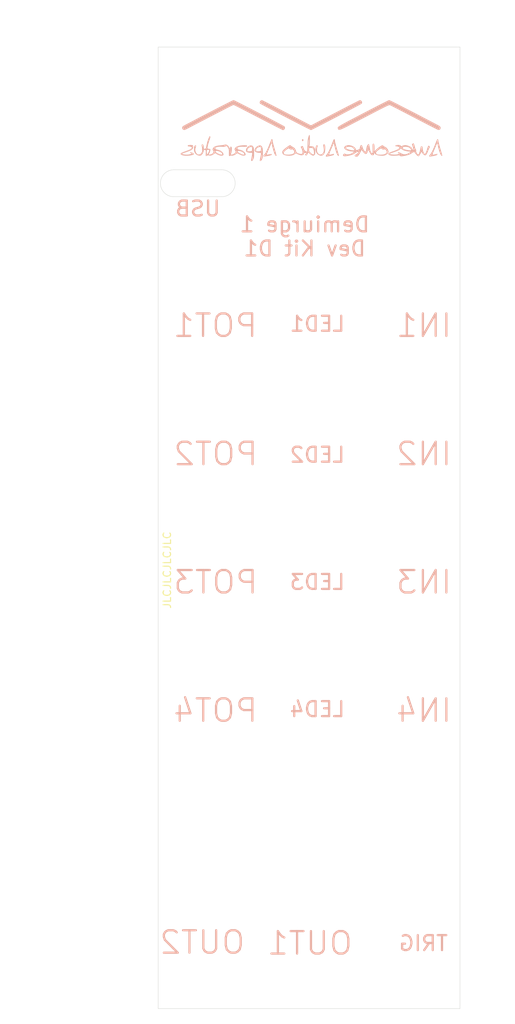
<source format=kicad_pcb>
(kicad_pcb (version 20211014) (generator pcbnew)
  (title_block (title "AAA Demiurge 1") (date "2022-08-11") (rev "F") (company "Awesome Audio Apparatus"))
  (layers (0 "F.Cu" signal) (31 "B.Cu" signal) (34 "B.Paste" user) (35 "F.Paste" user) (36 "B.SilkS" user "B.Silkscreen") (37 "F.SilkS" user "F.Silkscreen") (38 "B.Mask" user) (39 "F.Mask" user) (44 "Edge.Cuts" user))
  (net 0 "")
  (footprint "MountingHole:MountingHole_3.2mm_M3" (layer "F.Cu") (at 109.1 167)
    (fp_text reference "REF**" hide)
    (fp_text value "MountingHole_3.2mm_M3")
    (pad "" np_thru_hole circle (at 0 0) (size 3.2 3.2) (drill 3.2) (layers *.Cu *.Mask))
  )
  (footprint "MountingHole:MountingHole_3.2mm_M3" (layer "F.Cu") (at 109.1 44.5)
    (fp_text reference "REF**" hide)
    (fp_text value "MountingHole_3.2mm_M3")
    (pad "" np_thru_hole circle (at 0 0) (size 3.2 3.2) (drill 3.2) (layers *.Cu *.Mask))
  )
  (footprint "MountingHole:MountingHole_3.2mm_M3" (layer "F.Cu") (at 83.7 44.5)
    (fp_text reference "REF**" hide)
    (fp_text value "MountingHole_3.2mm_M3")
    (pad "" np_thru_hole circle (at 0 0) (size 3.2 3.2) (drill 3.2) (layers *.Cu *.Mask))
  )
  (footprint "MountingHole:MountingHole_3.2mm_M3" (layer "F.Cu") (at 83.7 167)
    (fp_text reference "REF**" hide)
    (fp_text value "MountingHole_3.2mm_M3")
    (pad "" np_thru_hole circle (at 0 0) (size 3.2 3.2) (drill 3.2) (layers *.Cu *.Mask))
  )
  (footprint "MountingHole:MountingHole_6mm" (layer "B.Cu") (at 111.76 137.16 180)
    (fp_text reference "IN4" (at 0 7) (layer "B.SilkS") (effects (font (size 3 3) (thickness 0.3)) (justify mirror)))
    (fp_text value "MountingHole_6mm")
    (pad "" np_thru_hole circle (at 0 0 180) (size 6.5 6.5) (drill 6.5) (layers F&B.Cu *.Mask))
  )
  (footprint "MountingHole:MountingHole_6mm" (layer "B.Cu") (at 83.8454 85.725 180)
    (fp_text reference "POT1" (at 0 7) (layer "B.SilkS") (effects (font (size 3 3) (thickness 0.3)) (justify mirror)))
    (fp_text value "MountingHole_6mm")
    (pad "" np_thru_hole circle (at 0 0 180) (size 7.5 7.5) (drill 7.5) (layers F&B.Cu *.Mask))
  )
  (footprint "MountingHole:MountingHole_6mm" (layer "B.Cu") (at 97.536 82.677 180)
    (fp_text reference "LED1" (at 0.036 4.177) (layer "B.SilkS") (effects (font (size 2 2) (thickness 0.3)) (justify mirror)))
    (fp_text value "MountingHole_6mm")
    (pad "" np_thru_hole circle (at 0 0 180) (size 5.5 5.5) (drill 5.5) (layers F&B.Cu *.Mask))
  )
  (footprint "MountingHole:MountingHole_6mm" (layer "B.Cu") (at 83.8708 137.16 180)
    (fp_text reference "POT4" (at 0 7) (layer "B.SilkS") (effects (font (size 3 3) (thickness 0.3)) (justify mirror)))
    (fp_text value "MountingHole_6mm")
    (pad "" np_thru_hole circle (at 0 0 180) (size 7.5 7.5) (drill 7.5) (layers F&B.Cu *.Mask))
  )
  (footprint "MountingHole:MountingHole_6mm" (layer "B.Cu") (at 83.8962 102.87 180)
    (fp_text reference "POT2" (at 0 7) (layer "B.SilkS") (effects (font (size 3 3) (thickness 0.3)) (justify mirror)))
    (fp_text value "MountingHole_6mm")
    (pad "" np_thru_hole circle (at 0 0 180) (size 7.5 7.5) (drill 7.5) (layers F&B.Cu *.Mask))
  )
  (footprint "MountingHole:MountingHole_6mm" (layer "B.Cu") (at 111.76 154.305 180)
    (fp_text reference "TRIG" (at 0.06 -6.964513) (layer "B.SilkS") (effects (font (size 2 2) (thickness 0.3)) (justify mirror)))
    (fp_text value "MountingHole_6mm")
    (pad "" np_thru_hole circle (at 0 0 180) (size 6.5 6.5) (drill 6.5) (layers F&B.Cu *.Mask))
  )
  (footprint "MountingHole:MountingHole_6mm" (layer "B.Cu") (at 97.536 134.239 180)
    (fp_text reference "LED4" (at 0.036 4.239) (layer "B.SilkS") (effects (font (size 2 2) (thickness 0.3)) (justify mirror)))
    (fp_text value "MountingHole_6mm")
    (pad "" np_thru_hole circle (at 0 0 180) (size 5.5 5.5) (drill 5.5) (layers F&B.Cu *.Mask))
  )
  (footprint "MountingHole:MountingHole_6mm" (layer "B.Cu") (at 97.536 125.222 180)
    (fp_text reference "REF**" (at 0 7) (layer "B.SilkS") (effects (justify mirror)))
    (fp_text value "MountingHole_6mm")
    (pad "" np_thru_hole circle (at 0 0 180) (size 3.5 3.5) (drill 3.5) (layers F&B.Cu *.Mask))
  )
  (footprint "MountingHole:MountingHole_6mm" (layer "B.Cu") (at 97.536 90.932 180)
    (fp_text reference "REF**" (at 0 7) (layer "B.SilkS") (effects (justify mirror)))
    (fp_text value "MountingHole_6mm")
    (pad "" np_thru_hole circle (at 0 0 180) (size 3.5 3.5) (drill 3.5) (layers F&B.Cu *.Mask))
  )
  (footprint "MountingHole:MountingHole_6mm" (layer "B.Cu") (at 97.536 108.077 180)
    (fp_text reference "REF**" (at 0 7) (layer "B.SilkS") (effects (justify mirror)))
    (fp_text value "MountingHole_6mm")
    (pad "" np_thru_hole circle (at 0 0 180) (size 3.5 3.5) (drill 3.5) (layers F&B.Cu *.Mask))
  )
  (footprint "MountingHole:MountingHole_6mm" (layer "B.Cu") (at 83.8962 120.015 180)
    (fp_text reference "POT3" (at 0 7) (layer "B.SilkS") (effects (font (size 3 3) (thickness 0.3)) (justify mirror)))
    (fp_text value "MountingHole_6mm")
    (pad "" np_thru_hole circle (at 0 0 180) (size 7.5 7.5) (drill 7.5) (layers F&B.Cu *.Mask))
  )
  (footprint "MountingHole:MountingHole_6mm" (layer "B.Cu") (at 97.5 142.315 180)
    (fp_text reference "REF**" (at 0 7) (layer "B.SilkS") (effects (justify mirror)))
    (fp_text value "MountingHole_6mm")
    (pad "" np_thru_hole circle (at 0 0 180) (size 3.5 3.5) (drill 3.5) (layers F&B.Cu *.Mask))
  )
  (footprint "MountingHole:MountingHole_6mm" (layer "B.Cu") (at 81.28 154.305 180)
    (fp_text reference "OUT2" (at -0.82 -6.848323) (layer "B.SilkS") (effects (font (size 3 3) (thickness 0.3)) (justify mirror)))
    (fp_text value "MountingHole_6mm")
    (pad "" np_thru_hole circle (at 0 0 180) (size 6.5 6.5) (drill 6.5) (layers F&B.Cu *.Mask))
  )
  (footprint "MountingHole:MountingHole_6mm" (layer "B.Cu") (at 97.536 116.967 180)
    (fp_text reference "LED3" (at 0.036 3.967) (layer "B.SilkS") (effects (font (size 2 2) (thickness 0.3)) (justify mirror)))
    (fp_text value "MountingHole_6mm")
    (pad "" np_thru_hole circle (at 0 0 180) (size 5.5 5.5) (drill 5.5) (layers F&B.Cu *.Mask))
  )
  (footprint "MountingHole:MountingHole_6mm" (layer "B.Cu") (at 111.76 102.87 180)
    (fp_text reference "IN2" (at 0 7) (layer "B.SilkS") (effects (font (size 3 3) (thickness 0.3)) (justify mirror)))
    (fp_text value "MountingHole_6mm")
    (pad "" np_thru_hole circle (at 0 0 180) (size 6.5 6.5) (drill 6.5) (layers F&B.Cu *.Mask))
  )
  (footprint "MountingHole:MountingHole_6mm" (layer "B.Cu") (at 111.76 120.015 180)
    (fp_text reference "IN3" (at 0 7) (layer "B.SilkS") (effects (font (size 3 3) (thickness 0.3)) (justify mirror)))
    (fp_text value "MountingHole_6mm")
    (pad "" np_thru_hole circle (at 0 0 180) (size 6.5 6.5) (drill 6.5) (layers F&B.Cu *.Mask))
  )
  (footprint "LOGO" (layer "B.Cu") (at 96.7 52.65 180)
    (fp_text reference "G***" hide)
    (fp_text value "LOGO" hide)
    (fp_poly (pts (xy -13.613309 -1.730055) (xy -13.547753 -1.764224) (xy -13.453954 -1.817414) (xy -13.574439 -2.2225) (xy -13.627129 -2.420555) (xy -13.650693 -2.55619) (xy -13.646532 -2.624656) (xy -13.616044 -2.6212) (xy -13.583217 -2.573733) (xy -13.335735 -2.573733) (xy -13.331642 -2.633019) (xy -13.26726 -2.657533) (xy -13.125421 -2.65423) (xy -12.911564 -2.623581) (xy -12.678104 -2.576574) (xy -12.444935 -2.51179) (xy -12.293841 -2.439164) (xy -12.226373 -2.360068) (xy -12.244082 -2.275878) (xy -12.287398 -2.230599) (xy -12.393322 -2.18688) (xy -12.55244 -2.169959) (xy -12.735061 -2.178331) (xy -12.911492 -2.210489) (xy -13.052042 -2.264928) (xy -13.060203 -2.269802) (xy -13.188409 -2.367513) (xy -13.28529 -2.475564) (xy -13.335735 -2.573733) (xy -13.583217 -2.573733) (xy -13.560629 -2.541072) (xy -13.509941 -2.441466) (xy -13.447364 -2.332019) (xy -13.364981 -2.247046) (xy -13.23886 -2.165551) (xy -13.130866 -2.108899) (xy -12.83364 -1.992909) (xy -12.556036 -1.95089) (xy -12.307312 -1.983437) (xy -12.162254 -2.046769) (xy -12.064337 -2.096624) (xy -12.006228 -2.110915) (xy -11.99931 -2.10372) (xy -11.971423 -2.044381) (xy -11.930493 -1.995714) (xy -11.842084 -1.953926) (xy -11.700668 -1.930998) (xy -11.5389 -1.927522) (xy -11.389432 -1.944092) (xy -11.284919 -1.981297) (xy -11.28114 -1.983942) (xy -11.228409 -2.033948) (xy -11.248329 -2.077428) (xy -11.272212 -2.098324) (xy -11.359835 -2.134188) (xy -11.409994 -2.1293) (xy -11.498008 -2.126738) (xy -11.609973 -2.159367) (xy -11.713119 -2.2127) (xy -11.774673 -2.272253) (xy -11.780345 -2.293011) (xy -11.737429 -2.385798) (xy -11.610839 -2.487496) (xy -11.40381 -2.596148) (xy -11.119576 -2.709797) (xy -11.051841 -2.733612) (xy -10.777223 -2.830043) (xy -10.575792 -2.905982) (xy -10.437024 -2.966705) (xy -10.350396 -3.01749) (xy -10.305384 -3.063613) (xy -10.291467 -3.110351) (xy -10.291379 -3.114944) (xy -10.33262 -3.221184) (xy -10.454432 -3.299744) (xy -10.653946 -3.34958) (xy -10.928295 -3.369649) (xy -10.992069 -3.369998) (xy -11.198934 -3.365415) (xy -11.394816 -3.354673) (xy -11.547841 -3.339743) (xy -11.590162 -3.332992) (xy -11.716321 -3.316875) (xy -11.793244 -3.335342) (xy -11.841544 -3.378692) (xy -11.893654 -3.424255) (xy -11.964213 -3.44924) (xy -12.067885 -3.453475) (xy -12.219332 -3.43679) (xy -12.433217 -3.399013) (xy -12.578302 -3.370096) (xy -12.877188 -3.300389) (xy -13.110068 -3.223581) (xy -13.298504 -3.130847) (xy -13.464057 -3.013362) (xy -13.477802 -3.001921) (xy -13.625974 -2.909083) (xy -13.751453 -2.894866) (xy -13.84723 -2.958935) (xy -13.882218 -3.021251) (xy -13.945529 -3.125547) (xy -14.045515 -3.242896) (xy -14.159891 -3.351925) (xy -14.266373 -3.431258) (xy -14.339284 -3.459655) (xy -14.388203 -3.423544) (xy -14.461891 -3.327789) (xy -14.54629 -3.191252) (xy -14.566318 -3.154993) (xy -14.730873 -2.850331) (xy -14.803908 -2.968872) (xy -14.919896 -3.124921) (xy -15.048268 -3.247037) (xy -15.168618 -3.31769) (xy -15.222229 -3.328276) (xy -15.316654 -3.286076) (xy -15.418676 -3.164175) (xy -15.523822 -2.969624) (xy -15.627619 -2.709472) (xy -15.642662 -2.665624) (xy -15.700081 -2.515643) (xy -15.758086 -2.397156) (xy -15.801277 -2.338797) (xy -15.84206 -2.261945) (xy -15.832597 -2.159238) (xy -15.781358 -2.069813) (xy -15.736552 -2.039727) (xy -15.688116 -2.032516) (xy -15.644642 -2.058263) (xy -15.601061 -2.127469) (xy -15.5523 -2.250639) (xy -15.493291 -2.438276) (xy -15.42106 -2.693276) (xy -15.363375 -2.852552) (xy -15.28721 -3.007142) (xy -15.279261 -3.020399) (xy -15.185791 -3.172349) (xy -15.082439 -3.042734) (xy -14.995714 -2.88325) (xy -14.928734 -2.654602) (xy -14.886157 -2.3739) (xy -14.879979 -2.299138) (xy -14.864275 -2.184107) (xy -14.826796 -2.130008) (xy -14.753318 -2.110687) (xy -14.698906 -2.10836) (xy -14.661195 -2.127098) (xy -14.632467 -2.182733) (xy -14.605001 -2.291096) (xy -14.57108 -2.46802) (xy -14.566252 -2.494373) (xy -14.507963 -2.765089) (xy -14.444036 -2.977418) (xy -14.37787 -3.122656) (xy -14.312862 -3.192098) (xy -14.292043 -3.196897) (xy -14.206677 -3.158208) (xy -14.122956 -3.060775) (xy -14.054993 -2.93255) (xy -14.023635 -2.824655) (xy -13.291207 -2.824655) (xy -13.127072 -2.950216) (xy -12.860547 -3.112454) (xy -12.597492 -3.187541) (xy -12.335268 -3.175697) (xy -12.071236 -3.077145) (xy -12.012452 -3.043733) (xy -11.843266 -2.953834) (xy -11.702268 -2.901776) (xy -11.603725 -2.891075) (xy -11.561908 -2.925248) (xy -11.561379 -2.932597) (xy -11.595644 -2.983731) (xy -11.653667 -3.02424) (xy -11.709678 -3.076328) (xy -11.689197 -3.125457) (xy -11.603318 -3.1682) (xy -11.463134 -3.201129) (xy -11.279739 -3.220815) (xy -11.064226 -3.22383) (xy -11.013966 -3.221933) (xy -10.838359 -3.210374) (xy -10.690279 -3.194692) (xy -10.596933 -3.177905) (xy -10.586983 -3.174583) (xy -10.52271 -3.132492) (xy -10.510345 -3.108246) (xy -10.549404 -3.081517) (xy -10.655723 -3.03505) (xy -10.813018 -2.975405) (xy -11.003017 -2.909799) (xy -11.297374 -2.809035) (xy -11.519579 -2.724076) (xy -11.682294 -2.648852) (xy -11.798176 -2.577288) (xy -11.879884 -2.503314) (xy -11.899657 -2.479705) (xy -11.960666 -2.410147) (xy -11.99797 -2.40613) (xy -12.032813 -2.45221) (xy -12.13605 -2.551644) (xy -12.30688 -2.643789) (xy -12.525309 -2.720976) (xy -12.771346 -2.775536) (xy -12.924422 -2.794263) (xy -13.291207 -2.824655) (xy -14.023635 -2.824655) (xy -14.0169 -2.801482) (xy -14.022788 -2.695522) (xy -14.030752 -2.679368) (xy -14.025293 -2.618747) (xy -13.977254 -2.534199) (xy -13.924609 -2.434579) (xy -13.871767 -2.286278) (xy -13.841206 -2.16921) (xy -13.789884 -1.963467) (xy -13.738491 -1.810944) (xy -13.691852 -1.724403) (xy -13.667367 -1.709483)) (layer "B.SilkS") (width 0) (fill solid))
    (fp_poly (pts (xy 6.95468 -1.986289) (xy 7.143217 -2.047715) (xy 7.317597 -2.158829) (xy 7.462421 -2.302622) (xy 7.562296 -2.462082) (xy 7.601825 -2.6202) (xy 7.594272 -2.69295) (xy 7.517178 -2.827817) (xy 7.368018 -2.92163) (xy 7.153847 -2.970903) (xy 7.017845 -2.977767) (xy 6.894974 -2.978625) (xy 6.811523 -2.989785) (xy 6.763504 -3.024386) (xy 6.746929 -3.095567) (xy 6.75781 -3.216466) (xy 6.79216 -3.400223) (xy 6.831724 -3.591035) (xy 6.87523 -3.800288) (xy 6.901586 -3.938292) (xy 6.91024 -4.019798) (xy 6.900643 -4.059556) (xy 6.872243 -4.072316) (xy 6.824489 -4.072829) (xy 6.813734 -4.072759) (xy 6.738343 -4.053335) (xy 6.671671 -3.983256) (xy 6.605717 -3.864742) (xy 6.560977 -3.762376) (xy 6.530127 -3.655604) (xy 6.509961 -3.52355) (xy 6.497272 -3.345339) (xy 6.48897 -3.104561) (xy 6.487255 -2.778873) (xy 6.502762 -2.526415) (xy 6.533141 -2.360461) (xy 6.748341 -2.360461) (xy 6.752942 -2.484835) (xy 6.764609 -2.628558) (xy 6.787263 -2.7086) (xy 6.83137 -2.748866) (xy 6.875517 -2.764751) (xy 6.988616 -2.782731) (xy 7.13688 -2.789341) (xy 7.182069 -2.788443) (xy 7.304575 -2.778665) (xy 7.364989 -2.751277) (xy 7.388783 -2.690498) (xy 7.393268 -2.657601) (xy 7.380656 -2.527662) (xy 7.341806 -2.434233) (xy 7.238536 -2.331416) (xy 7.094208 -2.25019) (xy 6.944321 -2.206733) (xy 6.847764 -2.209108) (xy 6.786873 -2.231277) (xy 6.756427 -2.273892) (xy 6.748341 -2.360461) (xy 6.533141 -2.360461) (xy 6.53797 -2.334082) (xy 6.595359 -2.188769) (xy 6.677408 -2.077368) (xy 6.684709 -2.069931) (xy 6.779616 -1.995592) (xy 6.881326 -1.977849)) (layer "B.SilkS") (width 0) (fill solid))
    (fp_poly (pts (xy 13.637599 -0.791676) (xy 13.676101 -0.85947) (xy 13.775602 -1.086588) (xy 13.874031 -1.367973) (xy 13.961097 -1.670793) (xy 14.026506 -1.962217) (xy 14.032882 -1.997553) (xy 14.073236 -2.202801) (xy 14.11438 -2.335842) (xy 14.165437 -2.41166) (xy 14.235527 -2.445237) (xy 14.309396 -2.451743) (xy 14.367778 -2.443435) (xy 14.397092 -2.402855) (xy 14.407107 -2.308074) (xy 14.407931 -2.230569) (xy 14.425716 -2.020664) (xy 14.478995 -1.89038) (xy 14.567648 -1.839981) (xy 14.581693 -1.83931) (xy 14.663756 -1.874037) (xy 14.692794 -1.97733) (xy 14.668563 -2.147858) (xy 14.650422 -2.213419) (xy 14.620077 -2.343325) (xy 14.613898 -2.438341) (xy 14.623003 -2.466038) (xy 14.636211 -2.530026) (xy 14.615838 -2.621369) (xy 14.596031 -2.715941) (xy 14.617642 -2.818678) (xy 14.667373 -2.927637) (xy 14.792659 -3.100097) (xy 14.943269 -3.195609) (xy 15.104181 -3.21422) (xy 15.260378 -3.155977) (xy 15.396839 -3.020928) (xy 15.452712 -2.925159) (xy 15.532948 -2.688267) (xy 15.532602 -2.463326) (xy 15.480862 -2.292383) (xy 15.424235 -2.122962) (xy 15.423791 -2.017565) (xy 15.479785 -1.972814) (xy 15.504993 -1.97069) (xy 15.592388 -2.010354) (xy 15.658789 -2.116798) (xy 15.701728 -2.271195) (xy 15.718736 -2.45472) (xy 15.707345 -2.648546) (xy 15.665088 -2.833849) (xy 15.629655 -2.921502) (xy 15.481434 -3.139477) (xy 15.284775 -3.287011) (xy 15.046286 -3.359324) (xy 15.020276 -3.362246) (xy 14.883487 -3.369288) (xy 14.792075 -3.34749) (xy 14.705018 -3.282379) (xy 14.654395 -3.233154) (xy 14.52631 -3.059132) (xy 14.438246 -2.849304) (xy 14.408175 -2.660431) (xy 14.379574 -2.601781) (xy 14.284395 -2.5838) (xy 14.281657 -2.583793) (xy 14.203665 -2.596401) (xy 14.153766 -2.643053) (xy 14.128274 -2.736991) (xy 14.123499 -2.891459) (xy 14.135069 -3.110169) (xy 14.144597 -3.270232) (xy 14.141766 -3.361933) (xy 14.122495 -3.404105) (xy 14.082705 -3.415582) (xy 14.068833 -3.415862) (xy 13.970408 -3.387039) (xy 13.92959 -3.354249) (xy 13.871846 -3.316844) (xy 13.777691 -3.322067) (xy 13.721088 -3.336087) (xy 13.504966 -3.360081) (xy 13.293122 -3.306665) (xy 13.07174 -3.172346) (xy 13.071025 -3.1718) (xy 12.870738 -3.018918) (xy 12.746606 -3.107307) (xy 12.550484 -3.224508) (xy 12.344905 -3.309636) (xy 12.147086 -3.359576) (xy 11.974247 -3.371209) (xy 11.843604 -3.341419) (xy 11.779253 -3.282443) (xy 11.756384 -3.198935) (xy 11.774008 -3.126164) (xy 11.923515 -3.126164) (xy 11.926711 -3.172785) (xy 11.988675 -3.222126) (xy 12.108438 -3.223185) (xy 12.272267 -3.178222) (xy 12.466428 -3.089497) (xy 12.481034 -3.081577) (xy 12.656291 -2.981169) (xy 12.76335 -2.906525) (xy 12.813728 -2.847119) (xy 12.81894 -2.792424) (xy 12.814111 -2.777132) (xy 12.779342 -2.732519) (xy 12.706319 -2.719535) (xy 12.588898 -2.730501) (xy 12.408239 -2.773466) (xy 12.234348 -2.845885) (xy 12.084248 -2.936388) (xy 11.974963 -3.033604) (xy 11.923515 -3.126164) (xy 11.774008 -3.126164) (xy 11.781384 -3.095709) (xy 11.810557 -3.031451) (xy 11.947573 -2.848001) (xy 12.154868 -2.700556) (xy 12.419655 -2.597347) (xy 12.52191 -2.573519) (xy 12.676809 -2.539154) (xy 12.766716 -2.504515) (xy 12.813412 -2.457424) (xy 12.835481 -2.398202) (xy 12.848187 -2.327248) (xy 12.826706 -2.282384) (xy 12.753134 -2.246325) (xy 12.641928 -2.211369) (xy 12.496386 -2.178119) (xy 12.331395 -2.163201) (xy 12.121011 -2.165152) (xy 11.968138 -2.173426) (xy 11.763091 -2.185061) (xy 11.62896 -2.18718) (xy 11.549445 -2.17831) (xy 11.508247 -2.156974) (xy 11.492078 -2.130346) (xy 11.439672 -2.066332) (xy 11.359239 -2.081074) (xy 11.247202 -2.17527) (xy 11.24391 -2.178707) (xy 11.137252 -2.316182) (xy 11.071797 -2.472522) (xy 11.040781 -2.670885) (xy 11.036424 -2.888905) (xy 11.0397 -3.110654) (xy 11.038976 -3.259404) (xy 11.031888 -3.349728) (xy 11.016068 -3.396197) (xy 10.989152 -3.413384) (xy 10.95086 -3.415862) (xy 10.866436 -3.394889) (xy 10.837692 -3.370288) (xy 10.77876 -3.344649) (xy 10.723778 -3.351928) (xy 10.563782 -3.364084) (xy 10.374667 -3.320344) (xy 10.18657 -3.229309) (xy 10.113433 -3.177708) (xy 9.932184 -3.034281) (xy 9.605804 -3.203175) (xy 9.367608 -3.306881) (xy 9.16051 -3.36051) (xy 8.992469 -3.367635) (xy 8.871446 -3.331829) (xy 8.8054 -3.256663) (xy 8.802289 -3.145711) (xy 8.80821 -3.133205) (xy 8.987467 -3.133205) (xy 8.992797 -3.173369) (xy 9.040256 -3.226858) (xy 9.130574 -3.232472) (xy 9.274382 -3.189128) (xy 9.408458 -3.130992) (xy 9.644813 -3.010445) (xy 9.796915 -2.907821) (xy 9.866029 -2.822137) (xy 9.866745 -2.774244) (xy 9.829356 -2.731773) (xy 9.747759 -2.72146) (xy 9.649618 -2.731206) (xy 9.461366 -2.775349) (xy 9.284542 -2.848717) (xy 9.135629 -2.940212) (xy 9.03111 -3.03874) (xy 8.987467 -3.133205) (xy 8.80821 -3.133205) (xy 8.870073 -3.002545) (xy 8.944741 -2.906461) (xy 9.161836 -2.725239) (xy 9.440551 -2.60461) (xy 9.645861 -2.560479) (xy 9.779596 -2.53264) (xy 9.850046 -2.490806) (xy 9.879897 -2.427969) (xy 9.890333 -2.332541) (xy 9.880212 -2.285117) (xy 9.804787 -2.233824) (xy 9.660811 -2.194891) (xy 9.466773 -2.170908) (xy 9.241161 -2.164464) (xy 9.072245 -2.171935) (xy 8.880745 -2.183712) (xy 8.757156 -2.182881) (xy 8.682479 -2.167685) (xy 8.637714 -2.136371) (xy 8.633425 -2.131416) (xy 8.598461 -2.055496) (xy 8.604159 -2.016401) (xy 8.663742 -1.990883) (xy 8.791678 -1.976572) (xy 8.969453 -1.973462) (xy 9.178556 -1.981547) (xy 9.400472 -2.00082) (xy 9.524958 -2.016717) (xy 9.811457 -2.077234) (xy 10.02396 -2.167649) (xy 10.172436 -2.292936) (xy 10.222747 -2.364956) (xy 10.27269 -2.457373) (xy 10.283369 -2.523795) (xy 10.253098 -2.602315) (xy 10.208747 -2.681215) (xy 10.150173 -2.791012) (xy 10.134768 -2.86114) (xy 10.159277 -2.9262) (xy 10.182259 -2.962734) (xy 10.274851 -3.053806) (xy 10.416462 -3.143421) (xy 10.570433 -3.211942) (xy 10.699417 -3.239728) (xy 10.754708 -3.223239) (xy 10.751948 -3.157076) (xy 10.747397 -3.142155) (xy 10.692421 -2.931287) (xy 10.656729 -2.713041) (xy 10.641497 -2.508319) (xy 10.647901 -2.338027) (xy 10.677119 -2.223069) (xy 10.694276 -2.198414) (xy 10.77791 -2.145194) (xy 10.834958 -2.173389) (xy 10.859998 -2.279424) (xy 10.86069 -2.308149) (xy 10.86069 -2.470436) (xy 11.003017 -2.231511) (xy 11.152867 -2.026681) (xy 11.310027 -1.906793) (xy 11.479418 -1.869237) (xy 11.631336 -1.898197) (xy 11.754711 -1.92911) (xy 11.933014 -1.958964) (xy 12.133679 -1.982588) (xy 12.196379 -1.987917) (xy 12.403781 -2.009645) (xy 12.605293 -2.040762) (xy 12.765085 -2.075479) (xy 12.797242 -2.084982) (xy 12.97021 -2.166428) (xy 13.105414 -2.278041) (xy 13.193388 -2.404374) (xy 13.22467 -2.529979) (xy 13.189797 -2.639406) (xy 13.157591 -2.673235) (xy 13.100711 -2.770451) (xy 13.108309 -2.893424) (xy 13.174195 -3.016169) (xy 13.257314 -3.091894) (xy 13.368249 -3.15055) (xy 13.500799 -3.199572) (xy 13.62595 -3.230753) (xy 13.714687 -3.235885) (xy 13.735392 -3.227136) (xy 13.727723 -3.181203) (xy 13.684942 -3.090553) (xy 13.667669 -3.060088) (xy 13.601916 -2.921131) (xy 13.549667 -2.762501) (xy 13.520018 -2.619224) (xy 13.668885 -2.619224) (xy 13.675079 -2.696373) (xy 13.678571 -2.714147) (xy 13.718914 -2.829935) (xy 13.790349 -2.970275) (xy 13.825719 -3.027462) (xy 13.946797 -3.210423) (xy 13.984937 -3.04915) (xy 14.003387 -2.893944) (xy 13.995458 -2.740841) (xy 13.994554 -2.735835) (xy 13.966727 -2.633887) (xy 13.914808 -2.591906) (xy 13.809265 -2.583793) (xy 13.706292 -2.589) (xy 13.668885 -2.619224) (xy 13.520018 -2.619224) (xy 13.51933 -2.615897) (xy 13.51931 -2.513018) (xy 13.521026 -2.507155) (xy 13.573024 -2.468903) (xy 13.673489 -2.451795) (xy 13.678046 -2.451743) (xy 13.801349 -2.444671) (xy 13.874552 -2.414711) (xy 13.904214 -2.346567) (xy 13.896898 -2.224941) (xy 13.859163 -2.034535) (xy 13.858418 -2.031161) (xy 13.806782 -1.826799) (xy 13.73588 -1.583803) (xy 13.658458 -1.345064) (xy 13.633274 -1.273481) (xy 13.566024 -1.081571) (xy 13.528027 -0.954022) (xy 13.516234 -0.873782) (xy 13.527594 -0.823798) (xy 13.548109 -0.797261) (xy 13.597055 -0.763546)) (layer "B.SilkS") (width 0) (fill solid))
    (fp_poly (pts (xy 5.336087 -1.179077) (xy 5.376726 -1.249901) (xy 5.430781 -1.37369) (xy 5.504339 -1.560683) (xy 5.585475 -1.773621) (xy 5.731676 -2.141901) (xy 5.876217 -2.473695) (xy 6.014021 -2.758924) (xy 6.140014 -2.987506) (xy 6.249122 -3.149363) (xy 6.312204 -3.21712) (xy 6.397823 -3.315383) (xy 6.427235 -3.406739) (xy 6.39762 -3.470736) (xy 6.349497 -3.487588) (xy 6.281926 -3.482364) (xy 6.148943 -3.462796) (xy 5.970935 -3.432134) (xy 5.803181 -3.400504) (xy 5.578645 -3.353309) (xy 5.429284 -3.313183) (xy 5.34338 -3.276179) (xy 5.309215 -3.238355) (xy 5.308084 -3.233825) (xy 5.311032 -3.166196) (xy 5.360736 -3.135652) (xy 5.468417 -3.140645) (xy 5.645295 -3.179628) (xy 5.664622 -3.184654) (xy 5.811997 -3.219327) (xy 5.923227 -3.238063) (xy 5.974323 -3.236826) (xy 5.974378 -3.236772) (xy 5.965352 -3.191114) (xy 5.92606 -3.078666) (xy 5.861648 -2.912747) (xy 5.777261 -2.706673) (xy 5.692001 -2.506016) (xy 5.592828 -2.273785) (xy 5.507099 -2.068341) (xy 5.440455 -1.903582) (xy 5.398534 -1.793409) (xy 5.386552 -1.753132) (xy 5.35408 -1.709473) (xy 5.342759 -1.707931) (xy 5.306533 -1.744397) (xy 5.298965 -1.790845) (xy 5.28664 -1.887261) (xy 5.253404 -2.046206) (xy 5.204868 -2.246733) (xy 5.146642 -2.467898) (xy 5.084337 -2.688755) (xy 5.023564 -2.888358) (xy 4.969933 -3.045761) (xy 4.948031 -3.100976) (xy 4.869748 -3.251051) (xy 4.788656 -3.354528) (xy 4.716676 -3.399696) (xy 4.667048 -3.377056) (xy 4.67221 -3.325584) (xy 4.699977 -3.20287) (xy 4.747061 -3.021343) (xy 4.810173 -2.793433) (xy 4.886024 -2.531569) (xy 4.92788 -2.391185) (xy 5.023645 -2.064547) (xy 5.099501 -1.788141) (xy 5.153412 -1.570184) (xy 5.183346 -1.41889) (xy 5.187399 -1.34298) (xy 5.195767 -1.229738) (xy 5.233798 -1.18198) (xy 5.270711 -1.155358) (xy 5.302778 -1.150976)) (layer "B.SilkS") (width 0) (fill solid))
    (fp_poly (pts (xy 6.703809 4.047491) (xy 6.79845 3.986251) (xy 6.803922 3.981994) (xy 6.894642 3.863288) (xy 6.919844 3.720227) (xy 6.88096 3.598342) (xy 6.836596 3.568681) (xy 6.721153 3.50269) (xy 6.541503 3.403944) (xy 6.304521 3.276013) (xy 6.017079 3.12247) (xy 5.68605 2.946886) (xy 5.318309 2.752833) (xy 4.920727 2.543884) (xy 4.500178 2.323611) (xy 4.063536 2.095585) (xy 3.617673 1.863378) (xy 3.169463 1.630563) (xy 2.725779 1.400711) (xy 2.293494 1.177395) (xy 1.879481 0.964185) (xy 1.490613 0.764656) (xy 1.133764 0.582377) (xy 0.815808 0.420922) (xy 0.543616 0.283862) (xy 0.324062 0.174769) (xy 0.16402 0.097216) (xy 0.070362 0.054774) (xy 0.048738 0.047653) (xy 0.000009 0.068071) (xy -0.120518 0.12616) (xy -0.307052 0.218955) (xy -0.553803 0.343493) (xy -0.854978 0.496812) (xy -1.204785 0.675946) (xy -1.597435 0.877934) (xy -2.027134 1.099811) (xy -2.488091 1.338615) (xy -2.974516 1.591381) (xy -3.323938 1.773408) (xy -3.825331 2.035179) (xy -4.305444 2.286448) (xy -4.758447 2.524129) (xy -5.178512 2.745135) (xy -5.559808 2.946379) (xy -5.896505 3.124774) (xy -6.182774 3.277234) (xy -6.412784 3.400672) (xy -6.580705 3.492) (xy -6.680708 3.548133) (xy -6.706956 3.564637) (xy -6.777965 3.676336) (xy -6.780951 3.810475) (xy -6.718351 3.937471) (xy -6.672543 3.981994) (xy -6.577772 4.044665) (xy -6.505591 4.072658) (xy -6.502909 4.072758) (xy -6.456624 4.052986) (xy -6.338502 3.99565) (xy -6.154348 3.903719) (xy -5.909967 3.780164) (xy -5.611164 3.627954) (xy -5.263745 3.45006) (xy -4.873515 3.249451) (xy -4.446279 3.029096) (xy -3.987841 2.791967) (xy -3.504008 2.541033) (xy -3.196168 2.381043) (xy 0.056329 0.689327) (xy 0.236182 0.777253) (xy 0.302834 0.811047) (xy 0.440866 0.882031) (xy 0.64398 0.986937) (xy 0.905873 1.122498) (xy 1.220246 1.285445) (xy 1.580797 1.472511) (xy 1.981226 1.680427) (xy 2.415232 1.905926) (xy 2.876515 2.145739) (xy 3.358774 2.396599) (xy 3.497848 2.468968) (xy 3.981005 2.720056) (xy 4.442249 2.959078) (xy 4.87561 3.182981) (xy 5.275119 3.388713) (xy 5.634805 3.573219) (xy 5.948699 3.733449) (xy 6.210829 3.866347) (xy 6.415227 3.968863) (xy 6.555921 4.037942) (xy 6.626943 4.070532) (xy 6.634097 4.072758)) (layer "B.SilkS") (width 0) (fill solid))
    (fp_poly (pts (xy 8.184495 -1.993228) (xy 8.35117 -2.054219) (xy 8.506115 -2.160802) (xy 8.634993 -2.300906) (xy 8.723469 -2.462456) (xy 8.757205 -2.633381) (xy 8.731417 -2.7789) (xy 8.651544 -2.871684) (xy 8.501942 -2.938582) (xy 8.298111 -2.973879) (xy 8.191485 -2.977931) (xy 8.045284 -2.979861) (xy 7.966225 -2.991877) (xy 7.933864 -3.023317) (xy 7.92776 -3.083521) (xy 7.927875 -3.098362) (xy 7.936763 -3.194344) (xy 7.95942 -3.349218) (xy 7.991734 -3.536136) (xy 8.008356 -3.623686) (xy 8.040453 -3.801282) (xy 8.061368 -3.944281) (xy 8.06842 -4.032635) (xy 8.065423 -4.050669) (xy 8.008029 -4.069379) (xy 7.961031 -4.072759) (xy 7.889341 -4.035488) (xy 7.810114 -3.919916) (xy 7.771689 -3.842845) (xy 7.726776 -3.738052) (xy 7.696419 -3.637995) (xy 7.677823 -3.521855) (xy 7.668197 -3.36881) (xy 7.664746 -3.158042) (xy 7.664465 -3.043621) (xy 7.668933 -2.733288) (xy 7.684424 -2.496971) (xy 7.707013 -2.361685) (xy 7.930782 -2.361685) (xy 7.935355 -2.484835) (xy 7.947023 -2.628558) (xy 7.969677 -2.7086) (xy 8.013784 -2.748866) (xy 8.057931 -2.764751) (xy 8.17103 -2.782731) (xy 8.319294 -2.789341) (xy 8.364483 -2.788443) (xy 8.48692 -2.77873) (xy 8.547303 -2.751383) (xy 8.57115 -2.690396) (xy 8.575849 -2.65587) (xy 8.55101 -2.524899) (xy 8.46283 -2.395912) (xy 8.333981 -2.287425) (xy 8.187132 -2.217955) (xy 8.044954 -2.20602) (xy 8.029173 -2.209361) (xy 7.968842 -2.231528) (xy 7.93871 -2.274478) (xy 7.930782 -2.361685) (xy 7.707013 -2.361685) (xy 7.713725 -2.321487) (xy 7.759626 -2.193655) (xy 7.824913 -2.100291) (xy 7.873305 -2.056312) (xy 8.020428 -1.989901)) (layer "B.SilkS") (width 0) (fill solid))
    (fp_poly (pts (xy -1.597003 -1.902601) (xy -1.59084 -2.030809) (xy -1.619773 -2.221896) (xy -1.662008 -2.49648) (xy -1.663535 -2.709938) (xy -1.623918 -2.878924) (xy -1.601186 -2.928844) (xy -1.474604 -3.100153) (xy -1.322054 -3.194114) (xy -1.158542 -3.210788) (xy -0.99907 -3.150241) (xy -0.858642 -3.012535) (xy -0.805689 -2.925468) (xy -0.760347 -2.772184) (xy -0.746932 -2.574491) (xy -0.765163 -2.369429) (xy -0.811178 -2.202392) (xy -0.848332 -2.066931) (xy -0.822913 -1.990516) (xy -0.735657 -1.974924) (xy -0.718145 -1.977774) (xy -0.648584 -2.031999) (xy -0.591909 -2.151422) (xy -0.554058 -2.31393) (xy -0.540971 -2.497409) (xy -0.547873 -2.6118) (xy -0.613791 -2.864256) (xy -0.740006 -3.079377) (xy -0.913556 -3.24412) (xy -1.121472 -3.345441) (xy -1.303611 -3.372069) (xy -1.44142 -3.355068) (xy -1.552994 -3.290788) (xy -1.614164 -3.233384) (xy -1.704776 -3.125848) (xy -1.768561 -3.006797) (xy -1.812071 -2.855662) (xy -1.841856 -2.651874) (xy -1.857971 -2.467911) (xy -1.865194 -2.199953) (xy -1.840604 -2.009714) (xy -1.783303 -1.892964) (xy -1.727541 -1.85427) (xy -1.642129 -1.845262)) (layer "B.SilkS") (width 0) (fill solid))
    (fp_poly (pts (xy 16.363131 -1.934783) (xy 16.47503 -1.953966) (xy 16.505433 -1.966941) (xy 16.548835 -2.030238) (xy 16.529329 -2.096716) (xy 16.464235 -2.134415) (xy 16.416221 -2.131554) (xy 16.327486 -2.131618) (xy 16.209581 -2.158161) (xy 16.093077 -2.200527) (xy 16.00855 -2.248064) (xy 15.984483 -2.281997) (xy 16.018876 -2.349899) (xy 16.105741 -2.437044) (xy 16.220604 -2.520828) (xy 16.277757 -2.552846) (xy 16.368457 -2.592107) (xy 16.519474 -2.651188) (xy 16.708284 -2.721475) (xy 16.875394 -2.781389) (xy 17.134744 -2.876965) (xy 17.318092 -2.955763) (xy 17.434182 -3.023144) (xy 17.491754 -3.084468) (xy 17.49955 -3.145093) (xy 17.494637 -3.161053) (xy 17.418358 -3.244659) (xy 17.26967 -3.308672) (xy 17.061879 -3.351521) (xy 16.808288 -3.371633) (xy 16.522203 -3.367435) (xy 16.216927 -3.337355) (xy 16.123793 -3.323082) (xy 15.90581 -3.274189) (xy 15.772204 -3.214726) (xy 15.723715 -3.145807) (xy 15.761081 -3.068543) (xy 15.885041 -2.984047) (xy 15.895152 -2.978821) (xy 16.036913 -2.919364) (xy 16.155819 -2.892303) (xy 16.231264 -2.900665) (xy 16.247241 -2.927109) (xy 16.211717 -2.96931) (xy 16.126873 -3.018716) (xy 16.006505 -3.073559) (xy 16.129484 -3.137995) (xy 16.279203 -3.188181) (xy 16.483799 -3.220167) (xy 16.712076 -3.231959) (xy 16.932839 -3.221561) (xy 17.073183 -3.198367) (xy 17.198999 -3.162451) (xy 17.280696 -3.128129) (xy 17.298276 -3.111031) (xy 17.259266 -3.085027) (xy 17.153071 -3.038919) (xy 16.995944 -2.979241) (xy 16.805603 -2.913015) (xy 16.513636 -2.812117) (xy 16.293206 -2.727151) (xy 16.131171 -2.651676) (xy 16.014387 -2.57925) (xy 15.929714 -2.503432) (xy 15.901036 -2.469626) (xy 15.838575 -2.34587) (xy 15.810808 -2.1984) (xy 15.82052 -2.062081) (xy 15.861862 -1.979448) (xy 15.93367 -1.951269) (xy 16.061671 -1.934033) (xy 16.215085 -1.928338)) (layer "B.SilkS") (width 0) (fill solid))
    (fp_poly (pts (xy -8.246617 -1.778569) (xy -8.214851 -1.80583) (xy -8.193661 -1.851222) (xy -8.181614 -1.929454) (xy -8.177277 -2.055234) (xy -8.179217 -2.243268) (xy -8.183669 -2.424517) (xy -8.189473 -2.663529) (xy -8.190595 -2.828613) (xy -8.185504 -2.933373) (xy -8.17267 -2.991409) (xy -8.150561 -3.016325) (xy -8.117648 -3.021722) (xy -8.116474 -3.021724) (xy -8.023793 -2.979107) (xy -7.943067 -2.854987) (xy -7.877018 -2.654958) (xy -7.837176 -2.448062) (xy -7.790337 -2.167126) (xy -7.745409 -1.962159) (xy -7.703402 -1.837011) (xy -7.665998 -1.795517) (xy -7.615507 -1.826112) (xy -7.538889 -1.901808) (xy -7.520337 -1.923213) (xy -7.449784 -2.037909) (xy -7.396367 -2.202061) (xy -7.358827 -2.398429) (xy -7.322095 -2.614114) (xy -7.287864 -2.750903) (xy -7.249738 -2.817032) (xy -7.201316 -2.820738) (xy -7.1362 -2.770256) (xy -7.09969 -2.731994) (xy -6.979511 -2.556516) (xy -6.876955 -2.321527) (xy -6.81156 -2.089246) (xy -6.762591 -1.979956) (xy -6.688526 -1.935828) (xy -6.609175 -1.965486) (xy -6.586439 -1.99123) (xy -6.545153 -2.077783) (xy -6.501996 -2.213852) (xy -6.479801 -2.306741) (xy -6.446515 -2.443333) (xy -6.4135 -2.509874) (xy -6.370625 -2.523278) (xy -6.352695 -2.518959) (xy -6.262388 -2.528401) (xy -6.219441 -2.560908) (xy -6.133165 -2.618121) (xy -6.040848 -2.618258) (xy -5.977583 -2.562739) (xy -5.973147 -2.550948) (xy -5.88577 -2.364631) (xy -5.743008 -2.217946) (xy -5.617081 -2.136269) (xy -5.333138 -2.011393) (xy -5.054806 -1.955875) (xy -4.795736 -1.970093) (xy -4.569579 -2.05442) (xy -4.49451 -2.105396) (xy -4.401531 -2.216412) (xy -4.387776 -2.332818) (xy -4.445636 -2.448528) (xy -4.567505 -2.557453) (xy -4.745775 -2.653504) (xy -4.972838 -2.730593) (xy -5.241088 -2.782631) (xy -5.356033 -2.794889) (xy -5.715 -2.824655) (xy -5.550865 -2.950216) (xy -5.409279 -3.043221) (xy -5.259306 -3.119846) (xy -5.222417 -3.134415) (xy -5.058932 -3.175596) (xy -4.882448 -3.193581) (xy -4.719862 -3.188498) (xy -4.598071 -3.160476) (xy -4.554483 -3.131207) (xy -4.462724 -3.070585) (xy -4.366293 -3.093601) (xy -4.278875 -3.193374) (xy -4.231598 -3.285192) (xy -4.23284 -3.341575) (xy -4.272561 -3.390443) (xy -4.329912 -3.432647) (xy -4.407167 -3.453291) (xy -4.521181 -3.452477) (xy -4.68881 -3.430305) (xy -4.889088 -3.394161) (xy -5.210676 -3.32402) (xy -5.463329 -3.247663) (xy -5.665697 -3.158244) (xy -5.836428 -3.048918) (xy -5.842736 -3.044131) (xy -5.969587 -2.960947) (xy -6.099834 -2.896843) (xy -6.212737 -2.859222) (xy -6.287555 -2.855489) (xy -6.306207 -2.878672) (xy -6.272614 -2.940391) (xy -6.186953 -3.027866) (xy -6.071903 -3.121196) (xy -5.950142 -3.200481) (xy -5.923017 -3.214918) (xy -5.812175 -3.296279) (xy -5.785246 -3.378464) (xy -5.839234 -3.451428) (xy -5.971144 -3.505128) (xy -6.012138 -3.513689) (xy -6.095872 -3.515283) (xy -6.17223 -3.475698) (xy -6.266882 -3.3803) (xy -6.287072 -3.356974) (xy -6.378685 -3.234193) (xy -6.474707 -3.080795) (xy -6.56182 -2.921397) (xy -6.626704 -2.780615) (xy -6.65604 -2.683068) (xy -6.656552 -2.674091) (xy -6.671441 -2.641849) (xy -5.750933 -2.641849) (xy -5.746968 -2.64671) (xy -5.681811 -2.660803) (xy -5.546526 -2.653545) (xy -5.355522 -2.6265) (xy -5.123205 -2.581237) (xy -5.101897 -2.576574) (xy -4.87422 -2.510346) (xy -4.72168 -2.433878) (xy -4.645138 -2.35506) (xy -4.645456 -2.281782) (xy -4.723499 -2.221935) (xy -4.880129 -2.183408) (xy -5.057791 -2.173233) (xy -5.238614 -2.181636) (xy -5.368668 -2.212638) (xy -5.483659 -2.27493) (xy -5.488132 -2.277977) (xy -5.602382 -2.373206) (xy -5.694106 -2.479613) (xy -5.748543 -2.576169) (xy -5.750933 -2.641849) (xy -6.671441 -2.641849) (xy -6.677678 -2.628342) (xy -6.73536 -2.652704) (xy -6.821055 -2.742206) (xy -6.858859 -2.79181) (xy -7.010303 -2.974973) (xy -7.152133 -3.097932) (xy -7.27314 -3.151363) (xy -7.293058 -3.152886) (xy -7.382652 -3.113686) (xy -7.462603 -3.012746) (xy -7.517307 -2.875709) (xy -7.532414 -2.759508) (xy -7.546368 -2.659745) (xy -7.587502 -2.642246) (xy -7.654725 -2.706376) (xy -7.746943 -2.8515) (xy -7.773276 -2.899432) (xy -7.887893 -3.098881) (xy -7.983476 -3.227943) (xy -8.071962 -3.298158) (xy -8.165291 -3.321065) (xy -8.207822 -3.319453) (xy -8.298012 -3.297855) (xy -8.35158 -3.238836) (xy -8.389466 -3.131207) (xy -8.421721 -3.026981) (xy -8.443452 -2.998753) (xy -8.46447 -3.037324) (xy -8.470436 -3.055304) (xy -8.553664 -3.173575) (xy -8.716538 -3.265203) (xy -8.954776 -3.328587) (xy -9.264093 -3.362124) (xy -9.295173 -3.36362) (xy -9.500077 -3.370407) (xy -9.64437 -3.366875) (xy -9.754787 -3.349148) (xy -9.858066 -3.313355) (xy -9.956009 -3.267891) (xy -10.152439 -3.144603) (xy -10.270605 -3.003431) (xy -10.318657 -2.899149) (xy -10.323142 -2.855551) (xy -10.076539 -2.855551) (xy -10.057881 -2.972545) (xy -9.964713 -3.071919) (xy -9.791159 -3.163472) (xy -9.743966 -3.182617) (xy -9.618947 -3.212033) (xy -9.443152 -3.229637) (xy -9.244875 -3.235348) (xy -9.052411 -3.229083) (xy -8.894051 -3.210763) (xy -8.806712 -3.185303) (xy -8.687843 -3.101409) (xy -8.643306 -3.006662) (xy -8.674901 -2.89664) (xy -8.784429 -2.766924) (xy -8.97369 -2.613093) (xy -9.066324 -2.547782) (xy -9.208758 -2.453415) (xy -9.297523 -2.405495) (xy -9.349015 -2.397907) (xy -9.379625 -2.424537) (xy -9.382694 -2.429779) (xy -9.470744 -2.514011) (xy -9.59456 -2.556944) (xy -9.712062 -2.544879) (xy -9.721764 -2.540163) (xy -9.833566 -2.51598) (xy -9.933981 -2.573237) (xy -10.026561 -2.711135) (xy -10.076539 -2.855551) (xy -10.323142 -2.855551) (xy -10.327727 -2.810975) (xy -10.300417 -2.69482) (xy -10.29065 -2.663827) (xy -10.186432 -2.459869) (xy -10.025199 -2.283967) (xy -9.832925 -2.162901) (xy -9.788502 -2.146107) (xy -9.68823 -2.105954) (xy -9.635937 -2.071244) (xy -9.633812 -2.065828) (xy -9.612446 -2.006664) (xy -9.59596 -1.977717) (xy -9.557234 -1.947877) (xy -9.488613 -1.959878) (xy -9.38558 -2.007414) (xy -9.190877 -2.124169) (xy -8.972714 -2.281839) (xy -8.764356 -2.454601) (xy -8.599064 -2.616632) (xy -8.595048 -2.621136) (xy -8.453372 -2.780862) (xy -8.452721 -2.340353) (xy -8.444471 -2.07558) (xy -8.419547 -1.892659) (xy -8.376322 -1.787157) (xy -8.313171 -1.754643)) (layer "B.SilkS") (width 0) (fill solid))
    (fp_poly (pts (xy 1.204299 -1.154453) (xy 1.254934 -1.212987) (xy 1.262669 -1.305927) (xy 1.231862 -1.393932) (xy 1.17303 -1.43676) (xy 1.103595 -1.412688) (xy 1.068943 -1.335393) (xy 1.06595 -1.220682) (xy 1.114961 -1.154315) (xy 1.202812 -1.15389)) (layer "B.SilkS") (width 0) (fill solid))
    (fp_poly (pts (xy -10.354352 4.050501) (xy -10.230453 3.992645) (xy -10.040565 3.900029) (xy -9.790485 3.775594) (xy -9.48601 3.622279) (xy -9.132939 3.443027) (xy -8.73707 3.240779) (xy -8.3042 3.018475) (xy -7.840127 2.779057) (xy -7.350648 2.525465) (xy -6.963104 2.323963) (xy -6.359776 2.009771) (xy -5.829545 1.733337) (xy -5.367869 1.491873) (xy -4.97021 1.282588) (xy -4.632027 1.102695) (xy -4.348779 0.949404) (xy -4.115929 0.819927) (xy -3.928935 0.711475) (xy -3.783257 0.621259) (xy -3.674356 0.54649) (xy -3.597692 0.484379) (xy -3.548725 0.432138) (xy -3.522914 0.386978) (xy -3.515721 0.346109) (xy -3.522605 0.306743) (xy -3.539026 0.266092) (xy -3.555902 0.230932) (xy -3.578605 0.181997) (xy -3.600425 0.140057) (xy -3.626319 0.107199) (xy -3.661245 0.085513) (xy -3.710158 0.077086) (xy -3.778017 0.084005) (xy -3.869779 0.10836) (xy -3.9904 0.152236) (xy -4.144838 0.217724) (xy -4.33805 0.30691) (xy -4.574992 0.421882) (xy -4.860623 0.564728) (xy -5.199898 0.737537) (xy -5.597776 0.942396) (xy -6.059213 1.181392) (xy -6.589166 1.456615) (xy -7.116697 1.730725) (xy -7.701116 2.034155) (xy -8.21291 2.299395) (xy -8.657054 2.528878) (xy -9.038521 2.725034) (xy -9.362284 2.890294) (xy -9.633316 3.027091) (xy -9.856591 3.137854) (xy -10.037083 3.225015) (xy -10.179765 3.291005) (xy -10.289609 3.338255) (xy -10.371591 3.369196) (xy -10.430682 3.38626) (xy -10.471856 3.391878) (xy -10.500088 3.38848) (xy -10.504733 3.386889) (xy -10.560826 3.360151) (xy -10.688502 3.296044) (xy -10.881686 3.1977) (xy -11.134301 3.068254) (xy -11.44027 2.910836) (xy -11.793518 2.72858) (xy -12.187969 2.524618) (xy -12.617546 2.302083) (xy -13.076173 2.064106) (xy -13.557774 1.813822) (xy -13.751035 1.71328) (xy -14.239078 1.45964) (xy -14.705944 1.217658) (xy -15.145627 0.990406) (xy -15.552124 0.780957) (xy -15.919432 0.592385) (xy -16.241545 0.427761) (xy -16.512462 0.29016) (xy -16.726177 0.182655) (xy -16.876687 0.108317) (xy -16.957988 0.07022) (xy -16.969828 0.065808) (xy -17.077521 0.070555) (xy -17.1569 0.096706) (xy -17.24484 0.174261) (xy -17.282079 0.247979) (xy -17.297422 0.381297) (xy -17.261001 0.490395) (xy -17.162406 0.590274) (xy -16.991224 0.695935) (xy -16.959487 0.712768) (xy -16.216115 1.101202) (xy -15.50071 1.474196) (xy -14.816922 1.82988) (xy -14.168406 2.166381) (xy -13.558815 2.481828) (xy -12.991801 2.774349) (xy -12.471018 3.042071) (xy -12.000118 3.283124) (xy -11.582755 3.495634) (xy -11.222581 3.677731) (xy -10.923251 3.827542) (xy -10.688416 3.943195) (xy -10.521729 4.022819) (xy -10.426845 4.064542) (xy -10.406462 4.070654)) (layer "B.SilkS") (width 0) (fill solid))
    (fp_poly (pts (xy -16.825788 -1.195965) (xy -16.795791 -1.254759) (xy -16.742701 -1.378737) (xy -16.673527 -1.55083) (xy -16.595275 -1.753972) (xy -16.579641 -1.795517) (xy -16.427299 -2.18369) (xy -16.279478 -2.525158) (xy -16.140638 -2.81084) (xy -16.015241 -3.031655) (xy -15.907747 -3.17852) (xy -15.892444 -3.194612) (xy -15.806663 -3.304446) (xy -15.768032 -3.404538) (xy -15.779729 -3.475659) (xy -15.842155 -3.498779) (xy -15.915241 -3.488284) (xy -16.052389 -3.463605) (xy -16.231988 -3.428762) (xy -16.378621 -3.398983) (xy -16.584607 -3.354535) (xy -16.719675 -3.319049) (xy -16.799168 -3.286298) (xy -16.838425 -3.250051) (xy -16.852443 -3.206584) (xy -16.855764 -3.144887) (xy -16.831826 -3.117049) (xy -16.76398 -3.121169) (xy -16.635576 -3.155346) (xy -16.571702 -3.174526) (xy -16.422388 -3.219203) (xy -16.315986 -3.243402) (xy -16.251115 -3.238211) (xy -16.226391 -3.194718) (xy -16.240435 -3.104009) (xy -16.291863 -2.957171) (xy -16.379295 -2.745292) (xy -16.471634 -2.529052) (xy -16.572817 -2.292118) (xy -16.663829 -2.078584) (xy -16.738308 -1.903406) (xy -16.789895 -1.781539) (xy -16.810643 -1.731902) (xy -16.833399 -1.705553) (xy -16.857369 -1.746781) (xy -16.886226 -1.86377) (xy -16.899082 -1.928971) (xy -16.970876 -2.266071) (xy -17.052369 -2.578769) (xy -17.13946 -2.855893) (xy -17.22805 -3.086276) (xy -17.314039 -3.258748) (xy -17.393327 -3.36214) (xy -17.433834 -3.385851) (xy -17.503878 -3.379958) (xy -17.517241 -3.342821) (xy -17.505011 -3.282844) (xy -17.470862 -3.152695) (xy -17.418604 -2.965927) (xy -17.352049 -2.736089) (xy -17.275009 -2.476731) (xy -17.254483 -2.408621) (xy -17.174424 -2.135443) (xy -17.104198 -1.879957) (xy -17.04777 -1.657897) (xy -17.009103 -1.485001) (xy -16.992161 -1.377003) (xy -16.991724 -1.365523) (xy -16.973549 -1.238794) (xy -16.927306 -1.166501) (xy -16.865422 -1.161343)) (layer "B.SilkS") (width 0) (fill solid))
    (fp_poly (pts (xy 10.466826 4.052764) (xy 10.591326 3.994231) (xy 10.784895 3.899336) (xy 11.043292 3.770257) (xy 11.362278 3.60917) (xy 11.737613 3.418252) (xy 12.165057 3.199681) (xy 12.64037 2.955633) (xy 13.159313 2.688285) (xy 13.717647 2.399813) (xy 14.31113 2.092396) (xy 14.935524 1.768209) (xy 15.58659 1.42943) (xy 16.260086 1.078236) (xy 16.951774 0.716803) (xy 16.959486 0.712768) (xy 17.141123 0.606859) (xy 17.246675 0.517395) (xy 17.281734 0.454084) (xy 17.289496 0.285466) (xy 17.223656 0.155437) (xy 17.1224 0.087295) (xy 17.051373 0.063712) (xy 16.982648 0.062426) (xy 16.894533 0.088952) (xy 16.765337 0.148805) (xy 16.651067 0.207153) (xy 16.557235 0.255806) (xy 16.392656 0.341237) (xy 16.164293 0.459828) (xy 15.879114 0.607958) (xy 15.544083 0.78201) (xy 15.166166 0.978364) (xy 14.75233 1.193402) (xy 14.309538 1.423505) (xy 13.844758 1.665053) (xy 13.394594 1.899023) (xy 12.924463 2.142987) (xy 12.476269 2.374806) (xy 12.056166 2.591346) (xy 11.670309 2.789468) (xy 11.32485 2.966038) (xy 11.025945 3.117917) (xy 10.779747 3.24197) (xy 10.59241 3.335061) (xy 10.47009 3.394052) (xy 10.418939 3.415808) (xy 10.418343 3.415862) (xy 10.371471 3.396105) (xy 10.252763 3.338816) (xy 10.068042 3.246965) (xy 9.823129 3.123525) (xy 9.523846 2.971467) (xy 9.176017 2.793763) (xy 8.785463 2.593384) (xy 8.358006 2.373302) (xy 7.899468 2.136489) (xy 7.415672 1.885916) (xy 7.114968 1.729827) (xy 6.618517 1.472336) (xy 6.143596 1.226826) (xy 5.696053 0.99627) (xy 5.281733 0.783643) (xy 4.906483 0.591919) (xy 4.576149 0.424072) (xy 4.296578 0.283077) (xy 4.073616 0.171907) (xy 3.913108 0.093537) (xy 3.820902 0.050942) (xy 3.800812 0.043793) (xy 3.718062 0.069923) (xy 3.63238 0.124555) (xy 3.558142 0.230399) (xy 3.532026 0.365485) (xy 3.557406 0.492202) (xy 3.594684 0.544843) (xy 3.646382 0.577441) (xy 3.768557 0.645946) (xy 3.954319 0.746793) (xy 4.196776 0.876419) (xy 4.489039 1.03126) (xy 4.824217 1.207752) (xy 5.195419 1.402331) (xy 5.595754 1.611433) (xy 6.018334 1.831495) (xy 6.456266 2.058952) (xy 6.902661 2.29024) (xy 7.350627 2.521796) (xy 7.793275 2.750056) (xy 8.223714 2.971456) (xy 8.635053 3.182432) (xy 9.020403 3.37942) (xy 9.372872 3.558856) (xy 9.685569 3.717176) (xy 9.951605 3.850817) (xy 10.164089 3.956214) (xy 10.316131 4.029804) (xy 10.400839 4.068023) (xy 10.415633 4.072758)) (layer "B.SilkS") (width 0) (fill solid))
    (fp_poly (pts (xy -2.987254 -1.195965) (xy -2.957614 -1.253988) (xy -2.904054 -1.377844) (xy -2.833291 -1.551315) (xy -2.75204 -1.758179) (xy -2.720901 -1.83931) (xy -2.541428 -2.290407) (xy -2.379734 -2.655923) (xy -2.235845 -2.935812) (xy -2.109783 -3.130026) (xy -2.052996 -3.195439) (xy -1.967604 -3.304978) (xy -1.929333 -3.4049) (xy -1.941336 -3.475867) (xy -2.003535 -3.498779) (xy -2.07662 -3.488284) (xy -2.213768 -3.463605) (xy -2.393367 -3.428762) (xy -2.54 -3.398983) (xy -2.745986 -3.354535) (xy -2.881055 -3.319049) (xy -2.960547 -3.286298) (xy -2.999804 -3.250051) (xy -3.013822 -3.206584) (xy -3.017672 -3.146191) (xy -2.996048 -3.117912) (xy -2.932417 -3.120117) (xy -2.810245 -3.151176) (xy -2.719969 -3.177633) (xy -2.579501 -3.21807) (xy -2.478959 -3.23813) (xy -2.417555 -3.229099) (xy -2.394501 -3.182264) (xy -2.409008 -3.08891) (xy -2.460287 -2.940324) (xy -2.547552 -2.727793) (xy -2.656347 -2.47431) (xy -2.758662 -2.236558) (xy -2.848857 -2.026236) (xy -2.921241 -1.856678) (xy -2.97012 -1.741218) (xy -2.989703 -1.693488) (xy -3.003114 -1.719116) (xy -3.030638 -1.815462) (xy -3.068357 -1.967533) (xy -3.112353 -2.160337) (xy -3.115619 -2.175212) (xy -3.205311 -2.544714) (xy -3.299231 -2.857478) (xy -3.394661 -3.107108) (xy -3.488882 -3.287212) (xy -3.579174 -3.391394) (xy -3.643198 -3.415862) (xy -3.664193 -3.40741) (xy -3.672692 -3.375781) (xy -3.666526 -3.311568) (xy -3.643528 -3.205364) (xy -3.60153 -3.047762) (xy -3.538362 -2.829355) (xy -3.451857 -2.540735) (xy -3.408733 -2.398578) (xy -3.321628 -2.103075) (xy -3.248642 -1.837589) (xy -3.193073 -1.615329) (xy -3.158217 -1.449505) (xy -3.147371 -1.353324) (xy -3.147439 -1.351885) (xy -3.134157 -1.233225) (xy -3.089011 -1.165015) (xy -3.026615 -1.161479)) (layer "B.SilkS") (width 0) (fill solid))
    (fp_poly (pts (xy 0.315733 -0.644836) (xy 0.373153 -0.78824) (xy 0.397922 -0.862137) (xy 0.434726 -0.990179) (xy 0.463125 -1.128185) (xy 0.484996 -1.292738) (xy 0.502217 -1.500419) (xy 0.516663 -1.76781) (xy 0.525874 -1.992586) (xy 0.535945 -2.252332) (xy 0.545314 -2.47987) (xy 0.553373 -2.661577) (xy 0.559517 -2.783827) (xy 0.563141 -2.832996) (xy 0.563266 -2.833325) (xy 0.603754 -2.826626) (xy 0.693797 -2.798583) (xy 0.700953 -2.796105) (xy 0.859354 -2.701076) (xy 0.976132 -2.537589) (xy 1.051962 -2.317167) (xy 1.103641 -2.157776) (xy 1.167523 -2.079623) (xy 1.252327 -2.07643) (xy 1.330554 -2.116574) (xy 1.434226 -2.184502) (xy 1.30832 -2.434112) (xy 1.227157 -2.635387) (xy 1.186522 -2.826088) (xy 1.188214 -2.986196) (xy 1.234034 -3.095692) (xy 1.247623 -3.108912) (xy 1.347 -3.140165) (xy 1.502947 -3.127356) (xy 1.697894 -3.073057) (xy 1.817414 -3.025544) (xy 1.935708 -2.960384) (xy 1.974963 -2.911361) (xy 2.284967 -2.911361) (xy 2.34456 -3.029246) (xy 2.475452 -3.123843) (xy 2.672434 -3.190982) (xy 2.930301 -3.226496) (xy 3.159517 -3.229901) (xy 3.360651 -3.21982) (xy 3.494961 -3.200979) (xy 3.583086 -3.169233) (xy 3.630293 -3.135368) (xy 3.698099 -3.05592) (xy 3.722414 -2.9964) (xy 3.686893 -2.907217) (xy 3.589876 -2.788931) (xy 3.445678 -2.656301) (xy 3.268616 -2.524084) (xy 3.256126 -2.515733) (xy 3.123675 -2.430914) (xy 3.043889 -2.391594) (xy 2.998365 -2.392079) (xy 2.968698 -2.426674) (xy 2.968638 -2.426782) (xy 2.874687 -2.517143) (xy 2.744417 -2.557329) (xy 2.618274 -2.535005) (xy 2.616602 -2.534122) (xy 2.548742 -2.511445) (xy 2.486373 -2.536738) (xy 2.401279 -2.621525) (xy 2.400504 -2.622393) (xy 2.301879 -2.774354) (xy 2.284967 -2.911361) (xy 1.974963 -2.911361) (xy 2.003452 -2.875784) (xy 2.04576 -2.755298) (xy 2.134899 -2.515543) (xy 2.258259 -2.342567) (xy 2.430146 -2.217857) (xy 2.48025 -2.193033) (xy 2.616454 -2.119403) (xy 2.726672 -2.041356) (xy 2.763758 -2.00458) (xy 2.800723 -1.962699) (xy 2.839525 -1.947736) (xy 2.898101 -1.964913) (xy 2.994388 -2.019452) (xy 3.144602 -2.115461) (xy 3.327698 -2.243187) (xy 3.515712 -2.389218) (xy 3.669511 -2.523073) (xy 3.676275 -2.529549) (xy 3.797425 -2.653473) (xy 3.864914 -2.747126) (xy 3.89326 -2.83522) (xy 3.897586 -2.906282) (xy 3.859931 -3.076046) (xy 3.746391 -3.206987) (xy 3.556103 -3.299526) (xy 3.288207 -3.354085) (xy 2.94759 -3.371107) (xy 2.627216 -3.344176) (xy 2.374447 -3.265811) (xy 2.191325 -3.136671) (xy 2.178255 -3.122496) (xy 2.132734 -3.076644) (xy 2.087651 -3.061815) (xy 2.019024 -3.08065) (xy 1.90287 -3.135792) (xy 1.859543 -3.157603) (xy 1.60512 -3.263881) (xy 1.38198 -3.313643) (xy 1.199144 -3.307403) (xy 1.065633 -3.245671) (xy 0.990468 -3.128959) (xy 0.98505 -3.107967) (xy 0.953727 -3.014059) (xy 0.904181 -2.987836) (xy 0.860562 -2.99526) (xy 0.753694 -3.017044) (xy 0.70069 -3.02251) (xy 0.678616 -3.044811) (xy 0.731743 -3.108998) (xy 0.755186 -3.130279) (xy 0.875372 -3.236067) (xy 0.780067 -3.302821) (xy 0.689387 -3.340349) (xy 0.611943 -3.307892) (xy 0.53844 -3.19885) (xy 0.494887 -3.100254) (xy 0.427951 -2.932963) (xy 0.252932 -3.091082) (xy 0.103175 -3.207865) (xy -0.05614 -3.302877) (xy -0.197374 -3.361073) (xy -0.263343 -3.372069) (xy -0.323797 -3.343547) (xy -0.408483 -3.27394) (xy -0.418025 -3.264577) (xy -0.489217 -3.170648) (xy -0.519372 -3.055217) (xy -0.522907 -2.947077) (xy -0.521929 -2.929258) (xy -0.347708 -2.929258) (xy -0.346904 -3.068953) (xy -0.328718 -3.156795) (xy -0.32115 -3.167701) (xy -0.233006 -3.197877) (xy -0.108953 -3.150986) (xy 0.047942 -3.028394) (xy 0.096393 -2.981637) (xy 0.209995 -2.863945) (xy 0.273142 -2.778775) (xy 0.298942 -2.698387) (xy 0.300502 -2.595043) (xy 0.298154 -2.554654) (xy 0.284655 -2.342931) (xy 0.100208 -2.329547) (xy -0.078715 -2.334901) (xy -0.196742 -2.3904) (xy -0.271947 -2.508306) (xy -0.300992 -2.601751) (xy -0.332084 -2.76457) (xy -0.347708 -2.929258) (xy -0.521929 -2.929258) (xy -0.506276 -2.644012) (xy -0.461302 -2.417134) (xy -0.382537 -2.25809) (xy -0.264534 -2.158528) (xy -0.101844 -2.110093) (xy 0.028188 -2.102069) (xy 0.270457 -2.102069) (xy 0.233763 -1.915948) (xy 0.219582 -1.799821) (xy 0.207948 -1.620414) (xy 0.200049 -1.40202) (xy 0.198399 -1.272949) (xy 0.322712 -1.272949) (xy 0.324209 -1.401813) (xy 0.332031 -1.561285) (xy 0.345327 -1.732522) (xy 0.363246 -1.896681) (xy 0.379158 -2.003535) (xy 0.402201 -2.114896) (xy 0.417444 -2.141922) (xy 0.424588 -2.087541) (xy 0.423337 -1.954682) (xy 0.41339 -1.746273) (xy 0.410405 -1.696983) (xy 0.394849 -1.501758) (xy 0.37534 -1.335424) (xy 0.354802 -1.220011) (xy 0.342093 -1.182414) (xy 0.32839 -1.193535) (xy 0.322712 -1.272949) (xy 0.198399 -1.272949) (xy 0.19707 -1.168936) (xy 0.197069 -1.164239) (xy 0.201237 -0.89115) (xy 0.214319 -0.70397) (xy 0.237184 -0.601395) (xy 0.270699 -0.582119)) (layer "B.SilkS") (width 0) (fill solid))
  )
  (footprint "MountingHole:MountingHole_6mm" (layer "B.Cu") (at 111.76 85.725 180)
    (fp_text reference "IN1" (at 0 7) (layer "B.SilkS") (effects (font (size 3 3) (thickness 0.3)) (justify mirror)))
    (fp_text value "MountingHole_6mm")
    (pad "" np_thru_hole circle (at 0 0 180) (size 6.5 6.5) (drill 6.5) (layers F&B.Cu *.Mask))
  )
  (footprint "MountingHole:MountingHole_6mm" (layer "B.Cu") (at 97.536 99.949 180)
    (fp_text reference "LED2" (at 0.036 3.949) (layer "B.SilkS") (effects (font (size 2 2) (thickness 0.3)) (justify mirror)))
    (fp_text value "MountingHole_6mm")
    (pad "" np_thru_hole circle (at 0 0 180) (size 5.5 5.5) (drill 5.5) (layers F&B.Cu *.Mask))
  )
  (footprint "MountingHole:MountingHole_6mm" (layer "B.Cu") (at 96.530683 154.305 180)
    (fp_text reference "OUT1" (at 0.030683 -6.964513) (layer "B.SilkS") (effects (font (size 3 3) (thickness 0.3)) (justify mirror)))
    (fp_text value "MountingHole_6mm")
    (pad "" np_thru_hole circle (at 0 0 180) (size 6.5 6.5) (drill 6.5) (layers F&B.Cu *.Mask))
  )
  (gr_line (start 76.2 170) (end 76.2 41.5) (layer "Edge.Cuts") (width 0.05))
  (gr_line (start 116.586 170) (end 76.2 170) (layer "Edge.Cuts") (width 0.05))
  (gr_line (start 116.586 41.5) (end 116.586 170) (layer "Edge.Cuts") (width 0.05))
  (gr_arc (start 78.3 61.5) (mid 76.5 59.7) (end 78.3 57.9) (layer "Edge.Cuts") (width 0.05))
  (gr_line (start 78.3 61.5) (end 84.7 61.5) (layer "Edge.Cuts") (width 0.05))
  (gr_arc (start 84.7 57.9) (mid 86.5 59.7) (end 84.7 61.5) (layer "Edge.Cuts") (width 0.05))
  (gr_line (start 78.3 57.9) (end 84.7 57.9) (layer "Edge.Cuts") (width 0.05))
  (gr_line (start 76.2 41.5) (end 116.586 41.5) (layer "Edge.Cuts") (width 0.05))
  (gr_text "Demiurge 1\nDev Kit D1" (at 95.8 66.828311) (layer "B.SilkS") (effects (font (size 2 2) (thickness 0.3)) (justify mirror)))
  (gr_text "USB" (at 81.5 63.1) (layer "B.SilkS") (effects (font (size 2 2) (thickness 0.3)) (justify mirror)))
  (gr_text "JLCJLCJLCJLC" (at 77.4 111.4 -270) (layer "F.SilkS") (effects (font (size 1 1))))
)
</source>
